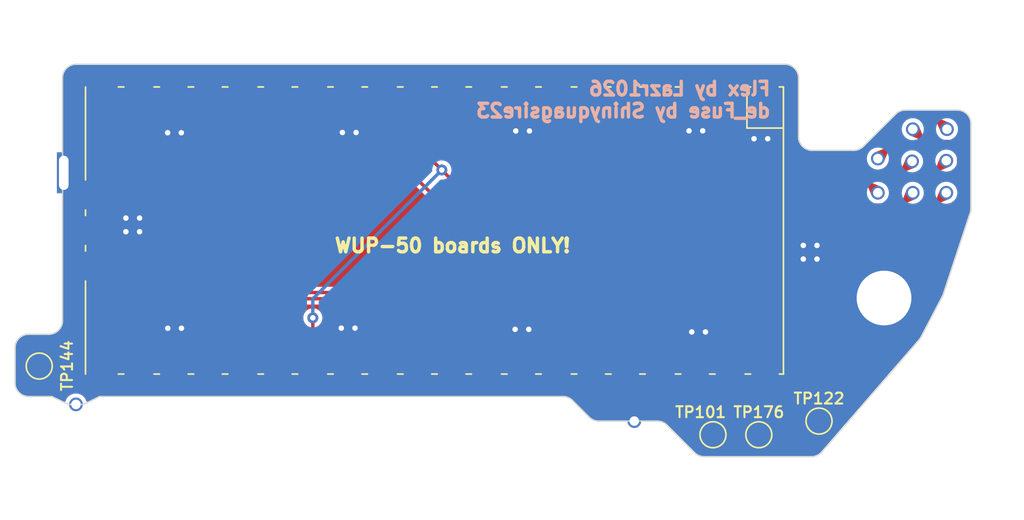
<source format=kicad_pcb>
(kicad_pcb (version 20240108) (generator "pcbnew") (generator_version "8.0")
  (layers (0 "F.Cu" mixed) (31 "B.Cu" signal) (34 "B.Paste" user) (35 "F.Paste" user) (36 "B.SilkS" user "B.Silkscreen") (37 "F.SilkS" user "F.Silkscreen") (38 "B.Mask" user) (39 "F.Mask" user) (44 "Edge.Cuts" user))
  (net 0 "")
  (net 1 "D0")
  (net 4 "GND")
  (net 5 "D7")
  (net 6 "D6")
  (net 12 "D2")
  (net 14 "D3")
  (net 16 "+3V3")
  (net 17 "D4")
  (net 18 "D5")
  (net 19 "D1")
  (net 20 "EXI MISO")
  (net 21 "EXI CLK")
  (net 22 "nRST")
  (footprint "" (layer "F.Cu") (at 154.93 69.81)
    (property "Reference" "" (at 0 0 0) (layer "F.SilkS") (effects (font (size 1.27 1.27))))
    (property "Value" "")
    (pad "1" thru_hole circle (at 0 0 270) (size 1 1) (drill 0.7) (layers "*.Cu" "*.Mask") (net 14 "D3"))
  )
  (footprint "" (layer "F.Cu") (at 149.93 72.16)
    (property "Reference" "" (at 0 0 0) (layer "F.SilkS") (effects (font (size 1.27 1.27))))
    (property "Value" "")
    (pad "1" thru_hole circle (at 0 0 270) (size 1 1) (drill 0.7) (layers "*.Cu" "*.Mask") (net 19 "D1"))
  )
  (footprint "" (layer "F.Cu") (at 150.38 79.86)
    (property "Reference" "" (at 0 0 0) (layer "F.SilkS") (effects (font (size 1.27 1.27))))
    (property "Value" "")
    (pad "1" thru_hole circle (at 0 0 270) (size 5 1) (drill 4) (layers "*.Cu" "*.Mask") (net 4 "GND"))
  )
  (footprint "TestPoint:TestPoint_Pad_D1.5mm" (layer "F.Cu") (at 141.23 89.86)
    (property "Reference" "TP176" (at 0 -1.648 0) (layer "F.SilkS") (effects (font (size 0.8 0.8))))
    (property "Value" "EXI MISO")
    (fp_circle (center 0 0) (end 0 0.95) (stroke (width 0.12)) (fill none) (layer "F.SilkS"))
    (pad "1" smd circle (at 0 0) (size 1.5 1.5) (layers "F.Cu" "F.Mask") (net 20 "EXI MISO"))
  )
  (footprint "TestPoint:TestPoint_Pad_D1.5mm" (layer "F.Cu") (at 145.63 88.86)
    (property "Reference" "TP122" (at 0 -1.648 0) (layer "F.SilkS") (effects (font (size 0.8 0.8))))
    (property "Value" "3v3")
    (fp_circle (center 0 0) (end 0 0.95) (stroke (width 0.12)) (fill none) (layer "F.SilkS"))
    (pad "1" smd circle (at 0 0) (size 1.5 1.5) (layers "F.Cu" "F.Mask") (net 16 "+3V3"))
  )
  (footprint "" (layer "F.Cu") (at 154.93 72.16)
    (property "Reference" "" (at 0 0 0) (layer "F.SilkS") (effects (font (size 1.27 1.27))))
    (property "Value" "")
    (pad "1" thru_hole circle (at 0 0 270) (size 1 1) (drill 0.7) (layers "*.Cu" "*.Mask") (net 6 "D6"))
  )
  (footprint "CustomFootprints:RPi_Pico_SMD" (layer "F.Cu") (at 117.53 74.92 -90)
    (property "Reference" "U1" (hide yes))
    (property "Value" "Pico" (hide yes))
    (fp_line (start -3.7 25.5) (end -10.5 25.5) (stroke (width 0.12)) (layer "F.SilkS"))
    (fp_line (start -1.5 25.5) (end -1.1 25.5) (stroke (width 0.12)) (layer "F.SilkS"))
    (fp_line (start 1.1 25.5) (end 1.5 25.5) (stroke (width 0.12)) (layer "F.SilkS"))
    (fp_line (start 10.5 25.5) (end 3.7 25.5) (stroke (width 0.12)) (layer "F.SilkS"))
    (fp_line (start -10.5 22.7) (end -10.5 23.1) (stroke (width 0.12)) (layer "F.SilkS"))
    (fp_line (start 10.5 22.7) (end 10.5 23.1) (stroke (width 0.12)) (layer "F.SilkS"))
    (fp_line (start -10.5 20.1) (end -10.5 20.5) (stroke (width 0.12)) (layer "F.SilkS"))
    (fp_line (start 10.5 20.1) (end 10.5 20.5) (stroke (width 0.12)) (layer "F.SilkS"))
    (fp_line (start -10.5 17.6) (end -10.5 18) (stroke (width 0.12)) (layer "F.SilkS"))
    (fp_line (start 10.5 17.6) (end 10.5 18) (stroke (width 0.12)) (layer "F.SilkS"))
    (fp_line (start -10.5 15.1) (end -10.5 15.5) (stroke (width 0.12)) (layer "F.SilkS"))
    (fp_line (start 10.5 15.1) (end 10.5 15.5) (stroke (width 0.12)) (layer "F.SilkS"))
    (fp_line (start -10.5 12.5) (end -10.5 12.9) (stroke (width 0.12)) (layer "F.SilkS"))
    (fp_line (start 10.5 12.5) (end 10.5 12.9) (stroke (width 0.12)) (layer "F.SilkS"))
    (fp_line (start -10.5 10) (end -10.5 10.4) (stroke (width 0.12)) (layer "F.SilkS"))
    (fp_line (start 10.5 10) (end 10.5 10.4) (stroke (width 0.12)) (layer "F.SilkS"))
    (fp_line (start -10.5 7.4) (end -10.5 7.8) (stroke (width 0.12)) (layer "F.SilkS"))
    (fp_line (start 10.5 7.4) (end 10.5 7.8) (stroke (width 0.12)) (layer "F.SilkS"))
    (fp_line (start -10.5 4.9) (end -10.5 5.3) (stroke (width 0.12)) (layer "F.SilkS"))
    (fp_line (start 10.5 4.9) (end 10.5 5.3) (stroke (width 0.12)) (layer "F.SilkS"))
    (fp_line (start -10.5 2.3) (end -10.5 2.7) (stroke (width 0.12)) (layer "F.SilkS"))
    (fp_line (start 10.5 2.3) (end 10.5 2.7) (stroke (width 0.12)) (layer "F.SilkS"))
    (fp_line (start -10.5 -0.2) (end -10.5 0.2) (stroke (width 0.12)) (layer "F.SilkS"))
    (fp_line (start 10.5 -0.2) (end 10.5 0.2) (stroke (width 0.12)) (layer "F.SilkS"))
    (fp_line (start -10.5 -2.7) (end -10.5 -2.3) (stroke (width 0.12)) (layer "F.SilkS"))
    (fp_line (start 10.5 -2.7) (end 10.5 -2.3) (stroke (width 0.12)) (layer "F.SilkS"))
    (fp_line (start -10.5 -5.3) (end -10.5 -4.9) (stroke (width 0.12)) (layer "F.SilkS"))
    (fp_line (start 10.5 -5.3) (end 10.5 -4.9) (stroke (width 0.12)) (layer "F.SilkS"))
    (fp_line (start -10.5 -7.8) (end -10.5 -7.4) (stroke (width 0.12)) (layer "F.SilkS"))
    (fp_line (start 10.5 -7.8) (end 10.5 -7.4) (stroke (width 0.12)) (layer "F.SilkS"))
    (fp_line (start -10.5 -10.4) (end -10.5 -10) (stroke (width 0.12)) (layer "F.SilkS"))
    (fp_line (start 10.5 -10.4) (end 10.5 -10) (stroke (width 0.12)) (layer "F.SilkS"))
    (fp_line (start -10.5 -12.9) (end -10.5 -12.5) (stroke (width 0.12)) (layer "F.SilkS"))
    (fp_line (start 10.5 -12.9) (end 10.5 -12.5) (stroke (width 0.12)) (layer "F.SilkS"))
    (fp_line (start -10.5 -15.4) (end -10.5 -15) (stroke (width 0.12)) (layer "F.SilkS"))
    (fp_line (start 10.5 -15.4) (end 10.5 -15) (stroke (width 0.12)) (layer "F.SilkS"))
    (fp_line (start -10.5 -18) (end -10.5 -17.6) (stroke (width 0.12)) (layer "F.SilkS"))
    (fp_line (start 10.5 -18) (end 10.5 -17.6) (stroke (width 0.12)) (layer "F.SilkS"))
    (fp_line (start -10.5 -20.5) (end -10.5 -20.1) (stroke (width 0.12)) (layer "F.SilkS"))
    (fp_line (start 10.5 -20.5) (end 10.5 -20.1) (stroke (width 0.12)) (layer "F.SilkS"))
    (fp_line (start -10.5 -22.833) (end -7.493 -22.833) (stroke (width 0.12)) (layer "F.SilkS"))
    (fp_line (start -7.493 -22.833) (end -7.493 -25.5) (stroke (width 0.12)) (layer "F.SilkS"))
    (fp_line (start -10.5 -23.1) (end -10.5 -22.7) (stroke (width 0.12)) (layer "F.SilkS"))
    (fp_line (start 10.5 -23.1) (end 10.5 -22.7) (stroke (width 0.12)) (layer "F.SilkS"))
    (fp_line (start -10.5 -25.5) (end -10.5 -25.2) (stroke (width 0.12)) (layer "F.SilkS"))
    (fp_line (start -10.5 -25.5) (end 10.5 -25.5) (stroke (width 0.12)) (layer "F.SilkS"))
    (fp_line (start 10.5 -25.5) (end 10.5 -25.2) (stroke (width 0.12)) (layer "F.SilkS"))
    (pad "1" smd rect (at -8.89 -24.13 270) (size 3.5 1.7) (drill (offset -0.9 0)) (layers "F.Cu" "F.Mask"))
    (pad "2" smd rect (at -8.89 -21.59 270) (size 3.5 1.7) (drill (offset -0.9 0)) (layers "F.Cu" "F.Mask"))
    (pad "3" smd rect (at -8.89 -19.05 270) (size 3.5 1.7) (drill (offset -0.9 0)) (layers "F.Cu" "F.Mask") (net 4 "GND"))
    (pad "4" smd rect (at -8.89 -16.51 270) (size 3.5 1.7) (drill (offset -0.9 0)) (layers "F.Cu" "F.Mask") (net 1 "D0"))
    (pad "5" smd rect (at -8.89 -13.97 270) (size 3.5 1.7) (drill (offset -0.9 0)) (layers "F.Cu" "F.Mask") (net 19 "D1"))
    (pad "6" smd rect (at -8.89 -11.43 270) (size 3.5 1.7) (drill (offset -0.9 0)) (layers "F.Cu" "F.Mask") (net 12 "D2"))
    (pad "7" smd rect (at -8.89 -8.89 270) (size 3.5 1.7) (drill (offset -0.9 0)) (layers "F.Cu" "F.Mask") (net 14 "D3"))
    (pad "8" smd rect (at -8.89 -6.35 270) (size 3.5 1.7) (drill (offset -0.9 0)) (layers "F.Cu" "F.Mask") (net 4 "GND"))
    (pad "9" smd rect (at -8.89 -3.81 270) (size 3.5 1.7) (drill (offset -0.9 0)) (layers "F.Cu" "F.Mask") (net 17 "D4"))
    (pad "10" smd rect (at -8.89 -1.27 270) (size 3.5 1.7) (drill (offset -0.9 0)) (layers "F.Cu" "F.Mask") (net 18 "D5"))
    (pad "11" smd rect (at -8.89 1.27 270) (size 3.5 1.7) (drill (offset -0.9 0)) (layers "F.Cu" "F.Mask") (net 6 "D6"))
    (pad "12" smd rect (at -8.89 3.81 270) (size 3.5 1.7) (drill (offset -0.9 0)) (layers "F.Cu" "F.Mask") (net 5 "D7"))
    (pad "13" smd rect (at -8.89 6.35 270) (size 3.5 1.7) (drill (offset -0.9 0)) (layers "F.Cu" "F.Mask") (net 4 "GND"))
    (pad "14" smd rect (at -8.89 8.89 270) (size 3.5 1.7) (drill (offset -0.9 0)) (layers "F.Cu" "F.Mask") (net 20 "EXI MISO"))
    (pad "15" smd rect (at -8.89 11.43 270) (size 3.5 1.7) (drill (offset -0.9 0)) (layers "F.Cu" "F.Mask") (net 20 "EXI MISO"))
    (pad "16" smd rect (at -8.89 13.97 270) (size 3.5 1.7) (drill (offset -0.9 0)) (layers "F.Cu" "F.Mask") (net 20 "EXI MISO"))
    (pad "17" smd rect (at -8.89 16.51 270) (size 3.5 1.7) (drill (offset -0.9 0)) (layers "F.Cu" "F.Mask") (net 20 "EXI MISO"))
    (pad "18" smd rect (at -8.89 19.05 270) (size 3.5 1.7) (drill (offset -0.9 0)) (layers "F.Cu" "F.Mask") (net 4 "GND"))
    (pad "19" smd rect (at -8.89 21.59 270) (size 3.5 1.7) (drill (offset -0.9 0)) (layers "F.Cu" "F.Mask") (net 21 "EXI CLK"))
    (pad "20" smd rect (at -8.89 24.13 270) (size 3.5 1.7) (drill (offset -0.9 0)) (layers "F.Cu" "F.Mask") (net 22 "nRST"))
    (pad "21" smd rect (at 8.89 24.13 270) (size 3.5 1.7) (drill (offset 0.9 0)) (layers "F.Cu" "F.Mask"))
    (pad "22" smd rect (at 8.89 21.59 270) (size 3.5 1.7) (drill (offset 0.9 0)) (layers "F.Cu" "F.Mask"))
    (pad "23" smd rect (at 8.89 19.05 270) (size 3.5 1.7) (drill (offset 0.9 0)) (layers "F.Cu" "F.Mask") (net 4 "GND"))
    (pad "24" smd rect (at 8.89 16.51 270) (size 3.5 1.7) (drill (offset 0.9 0)) (layers "F.Cu" "F.Mask") (net 6 "D6"))
    (pad "25" smd rect (at 8.89 13.97 270) (size 3.5 1.7) (drill (offset 0.9 0)) (layers "F.Cu" "F.Mask") (net 6 "D6"))
    (pad "26" smd rect (at 8.89 11.43 270) (size 3.5 1.7) (drill (offset 0.9 0)) (layers "F.Cu" "F.Mask") (net 6 "D6"))
    (pad "27" smd rect (at 8.89 8.89 270) (size 3.5 1.7) (drill (offset 0.9 0)) (layers "F.Cu" "F.Mask") (net 6 "D6"))
    (pad "28" smd rect (at 8.89 6.35 270) (size 3.5 1.7) (drill (offset 0.9 0)) (layers "F.Cu" "F.Mask") (net 4 "GND"))
    (pad "29" smd rect (at 8.89 3.81 270) (size 3.5 1.7) (drill (offset 0.9 0)) (layers "F.Cu" "F.Mask"))
    (pad "30" smd rect (at 8.89 1.27 270) (size 3.5 1.7) (drill (offset 0.9 0)) (layers "F.Cu" "F.Mask"))
    (pad "31" smd rect (at 8.89 -1.27 270) (size 3.5 1.7) (drill (offset 0.9 0)) (layers "F.Cu" "F.Mask"))
    (pad "32" smd rect (at 8.89 -3.81 270) (size 3.5 1.7) (drill (offset 0.9 0)) (layers "F.Cu" "F.Mask"))
    (pad "33" smd rect (at 8.89 -6.35 270) (size 3.5 1.7) (drill (offset 0.9 0)) (layers "F.Cu" "F.Mask") (net 4 "GND"))
    (pad "38" smd rect (at 8.89 -19.05 270) (size 3.5 1.7) (drill (offset 0.9 0)) (layers "F.Cu" "F.Mask") (net 4 "GND"))
    (pad "39" smd rect (at 8.89 -21.59 270) (size 3.5 1.7) (drill (offset 0.9 0)) (layers "F.Cu" "F.Mask") (net 16 "+3V3"))
    (pad "40" smd rect (at 8.89 -24.13 270) (size 3.5 1.7) (drill (offset 0.9 0)) (layers "F.Cu" "F.Mask"))
  )
  (footprint "" (layer "F.Cu") (at 132.13 88.86)
    (property "Reference" "" (at 0 0 0) (layer "F.SilkS") (effects (font (size 1.27 1.27))))
    (property "Value" "")
    (pad "1" thru_hole circle (at 0 0 270) (size 1 1) (drill 0.7) (property pad_prop_castellated) (layers "*.Cu" "*.Mask") (net 4 "GND"))
  )
  (footprint "" (layer "F.Cu") (at 152.48 72.16)
    (property "Reference" "" (at 0 0 0) (layer "F.SilkS") (effects (font (size 1.27 1.27))))
    (property "Value" "")
    (pad "1" thru_hole circle (at 0 0 270) (size 1 1) (drill 0.7) (layers "*.Cu" "*.Mask") (net 17 "D4"))
  )
  (footprint "" (layer "F.Cu") (at 91.33 87.64)
    (property "Reference" "" (at 0 0 0) (layer "F.SilkS") (effects (font (size 1.27 1.27))))
    (property "Value" "")
    (pad "1" thru_hole circle (at 0 0 270) (size 1 1) (drill 0.7) (property pad_prop_castellated) (layers "*.Cu" "*.Mask"))
  )
  (footprint "" (layer "F.Cu") (at 90.44 70.7)
    (property "Reference" "" (at 0 0 0) (layer "F.SilkS") (effects (font (size 1.27 1.27))))
    (property "Value" "")
    (pad "1" thru_hole rect (at 0 0 270) (size 3 1) (drill oval 2.5 0.7) (property pad_prop_castellated) (layers "*.Cu" "*.Mask") (net 4 "GND"))
  )
  (footprint "" (layer "F.Cu") (at 152.43 69.86)
    (property "Reference" "" (at 0 0 0) (layer "F.SilkS") (effects (font (size 1.27 1.27))))
    (property "Value" "")
    (pad "1" thru_hole circle (at 0 0 270) (size 1 1) (drill 0.7) (layers "*.Cu" "*.Mask") (net 12 "D2"))
  )
  (footprint "" (layer "F.Cu") (at 149.93 69.66)
    (property "Reference" "" (at 0 0 0) (layer "F.SilkS") (effects (font (size 1.27 1.27))))
    (property "Value" "")
    (pad "1" thru_hole circle (at 0 0 270) (size 1 1) (drill 0.7) (layers "*.Cu" "*.Mask") (net 18 "D5"))
  )
  (footprint "wiiu:wii-single-via-0.5mm" (layer "F.Cu") (at 152.48 67.51)
    (property "Reference" "J32" (hide yes))
    (property "Value" "Conn_01x01" (hide yes))
    (pad "1" thru_hole circle (at 0 0 270) (size 1 1) (drill 0.7) (layers "*.Cu" "*.Mask") (net 5 "D7"))
  )
  (footprint "TestPoint:TestPoint_Pad_D1.5mm" (layer "F.Cu") (at 137.88 89.86)
    (property "Reference" "TP101" (at -0.9 -1.648 0) (layer "F.SilkS") (effects (font (size 0.8 0.8))))
    (property "Value" "EXI CLK")
    (fp_circle (center 0 0) (end 0 0.95) (stroke (width 0.12)) (fill none) (layer "F.SilkS"))
    (pad "1" smd circle (at 0 0) (size 1.5 1.5) (layers "F.Cu" "F.Mask") (net 21 "EXI CLK"))
  )
  (footprint "TestPoint:TestPoint_Pad_D1.5mm" (layer "F.Cu") (at 88.646 84.836)
    (property "Reference" "TP144" (at 2.034 -0.026 -90) (layer "F.SilkS") (effects (font (size 0.8 0.8))))
    (property "Value" "nRST")
    (fp_circle (center 0 0) (end 0 0.95) (stroke (width 0.12)) (fill none) (layer "F.SilkS"))
    (pad "1" smd circle (at 0 0) (size 1.5 1.5) (layers "F.Cu" "F.Mask") (net 22 "nRST"))
  )
  (footprint "" (layer "F.Cu") (at 154.98 67.51)
    (property "Reference" "" (at 0 0 0) (layer "F.SilkS") (effects (font (size 1.27 1.27))))
    (property "Value" "")
    (pad "1" thru_hole circle (at 0 0 270) (size 1 1) (drill 0.7) (layers "*.Cu" "*.Mask") (net 1 "D0"))
  )
  (gr_line (start 129.544214 88.86) (end 133.815786 88.86) (stroke (width 0.1)) (layer "Edge.Cuts"))
  (gr_arc (start 145.829049 91.115097) (mid 145.488777 91.369697) (end 145.073504 91.46) (stroke (width 0.1)) (layer "Edge.Cuts"))
  (gr_line (start 89.35 82.51) (end 87.88 82.51) (stroke (width 0.1)) (layer "Edge.Cuts"))
  (gr_line (start 90.35 63.76) (end 90.35 81.51) (stroke (width 0.1)) (layer "Edge.Cuts"))
  (gr_line (start 91.8875 87.64) (end 90.7725 87.64) (stroke (width 0.1)) (layer "Edge.Cuts"))
  (gr_line (start 143.13 62.76) (end 91.35 62.76) (stroke (width 0.1)) (layer "Edge.Cuts"))
  (gr_line (start 153.08402 82.706871) (end 154.642058 79.732434) (stroke (width 0.1)) (layer "Edge.Cuts"))
  (gr_line (start 93.055 87.060268) (end 126.915782 87.060003) (stroke (width 0.1)) (layer "Edge.Cuts"))
  (gr_arc (start 148.872893 68.767107) (mid 148.548469 68.983875) (end 148.165786 69.06) (stroke (width 0.1)) (layer "Edge.Cuts"))
  (gr_arc (start 154.70567 79.582365) (mid 154.676927 79.658698) (end 154.642058 79.732434) (stroke (width 0.1)) (layer "Edge.Cuts"))
  (gr_line (start 154.70567 79.582365) (end 156.679444 73.613078) (stroke (width 0.1)) (layer "Edge.Cuts"))
  (gr_arc (start 90.35 63.76) (mid 90.642893 63.052893) (end 91.35 62.76) (stroke (width 0.1)) (layer "Edge.Cuts"))
  (gr_arc (start 151.237107 66.402893) (mid 151.561531 66.186125) (end 151.944214 66.11) (stroke (width 0.1)) (layer "Edge.Cuts"))
  (gr_line (start 134.522893 89.152893) (end 136.537107 91.167107) (stroke (width 0.1)) (layer "Edge.Cuts"))
  (gr_arc (start 145.13 69.06) (mid 144.422893 68.767107) (end 144.13 68.06) (stroke (width 0.1)) (layer "Edge.Cuts"))
  (gr_arc (start 153.08402 82.706871) (mid 153.024419 82.806195) (end 152.953733 82.897961) (stroke (width 0.1)) (layer "Edge.Cuts"))
  (gr_arc (start 86.88 83.51) (mid 87.172893 82.802893) (end 87.88 82.51) (stroke (width 0.1)) (layer "Edge.Cuts"))
  (gr_line (start 156.73 73.29914) (end 156.73 67.11) (stroke (width 0.1)) (layer "Edge.Cuts"))
  (gr_arc (start 143.13 62.76) (mid 143.837107 63.052893) (end 144.13 63.76) (stroke (width 0.1)) (layer "Edge.Cuts"))
  (gr_line (start 151.237107 66.402893) (end 148.872893 68.767107) (stroke (width 0.1)) (layer "Edge.Cuts"))
  (gr_arc (start 137.244214 91.46) (mid 136.861531 91.38388) (end 136.537107 91.167107) (stroke (width 0.1)) (layer "Edge.Cuts"))
  (gr_arc (start 126.915782 87.060003) (mid 127.298471 87.136119) (end 127.622896 87.352896) (stroke (width 0.1)) (layer "Edge.Cuts"))
  (gr_line (start 90.7725 87.64) (end 89.56 87.06) (stroke (width 0.1)) (layer "Edge.Cuts"))
  (gr_arc (start 133.815786 88.86) (mid 134.198469 88.93612) (end 134.522893 89.152893) (stroke (width 0.1)) (layer "Edge.Cuts"))
  (gr_line (start 86.88 83.51) (end 86.88 86.060268) (stroke (width 0.1)) (layer "Edge.Cuts"))
  (gr_arc (start 87.880007 87.060268) (mid 87.172907 86.767375) (end 86.88 86.060268) (stroke (width 0.1)) (layer "Edge.Cuts"))
  (gr_line (start 137.244214 91.46) (end 145.073504 91.46) (stroke (width 0.1)) (layer "Edge.Cuts"))
  (gr_line (start 148.165786 69.06) (end 145.13 69.06) (stroke (width 0.1)) (layer "Edge.Cuts"))
  (gr_line (start 127.622896 87.352896) (end 128.837107 88.567107) (stroke (width 0.1)) (layer "Edge.Cuts"))
  (gr_line (start 89.56 87.06) (end 87.889975 87.06) (stroke (width 0.1)) (layer "Edge.Cuts"))
  (gr_line (start 144.13 68.06) (end 144.13 63.76) (stroke (width 0.1)) (layer "Edge.Cuts"))
  (gr_arc (start 90.35 81.51) (mid 90.057107 82.217107) (end 89.35 82.51) (stroke (width 0.1)) (layer "Edge.Cuts"))
  (gr_line (start 93.055 87.060268) (end 91.8875 87.64) (stroke (width 0.1)) (layer "Edge.Cuts"))
  (gr_arc (start 155.73 66.11) (mid 156.437107 66.402893) (end 156.73 67.11) (stroke (width 0.1)) (layer "Edge.Cuts"))
  (gr_arc (start 156.73 73.29914) (mid 156.717274 73.45813) (end 156.679444 73.613078) (stroke (width 0.1)) (layer "Edge.Cuts"))
  (gr_arc (start 129.544214 88.86) (mid 129.161528 88.783884) (end 128.837107 88.567107) (stroke (width 0.1)) (layer "Edge.Cuts"))
  (gr_line (start 145.829049 91.115097) (end 152.953733 82.897961) (stroke (width 0.1)) (layer "Edge.Cuts"))
  (gr_line (start 155.73 66.11) (end 151.944214 66.11) (stroke (width 0.1)) (layer "Edge.Cuts"))
  (gr_text "Flex by Lazr1026\nde_Fuse by Shinyquagsire23\n" (at 142.2 66.75 0) (layer "B.SilkS") (effects (font (size 1 1) (thickness 0.3) (bold yes)) (justify left bottom mirror)))
  (gr_text "WUP-50 boards ONLY!" (at 110.12 76.61 0) (layer "F.SilkS") (effects (font (size 1 1) (thickness 0.25) (bold yes)) (justify left bottom)))
  (segment (start 135.08 69.46) (end 134.04 68.42) (width 0.25) (layer "F.Cu") (net 1))
  (segment (start 154.98 67.51) (end 153.98 66.51) (width 0.25) (layer "F.Cu") (net 1))
  (segment (start 134.04 68.42) (end 134.04 66.112) (width 0.25) (layer "F.Cu") (net 1))
  (segment (start 134.04 66.112) (end 134.112 66.04) (width 0.25) (layer "F.Cu") (net 1))
  (segment (start 148.73 69.46) (end 135.08 69.46) (width 0.25) (layer "F.Cu") (net 1))
  (segment (start 153.98 66.51) (end 151.68 66.51) (width 0.25) (layer "F.Cu") (net 1))
  (segment (start 151.68 66.51) (end 148.73 69.46) (width 0.25) (layer "F.Cu") (net 1))
  (via (at 144.48 77.01) (size 0.8) (drill 0.4) (layers "F.Cu" "B.Cu") (net 4))
  (via (at 98.03 67.77) (size 0.8) (drill 0.4) (layers "F.Cu" "B.Cu") (net 4))
  (via (at 123.42 82.15) (size 0.8) (drill 0.4) (layers "F.Cu" "B.Cu") (net 4))
  (via (at 123.47 67.64) (size 0.8) (drill 0.4) (layers "F.Cu" "B.Cu") (net 4))
  (via (at 94.98 75.01) (size 0.8) (drill 0.4) (layers "F.Cu" "B.Cu") (net 4))
  (via (at 136.13 67.63) (size 0.8) (drill 0.4) (layers "F.Cu" "B.Cu") (net 4))
  (via (at 145.48 76.01) (size 0.8) (drill 0.4) (layers "F.Cu" "B.Cu") (net 4))
  (via (at 137.33 82.34) (size 0.8) (drill 0.4) (layers "F.Cu" "B.Cu") (net 4))
  (via (at 98.04 82.07) (size 0.8) (drill 0.4) (layers "F.Cu" "B.Cu") (net 4))
  (via (at 137.13 67.63) (size 0.8) (drill 0.4) (layers "F.Cu" "B.Cu") (net 4))
  (via (at 144.48 76.01) (size 0.8) (drill 0.4) (layers "F.Cu" "B.Cu") (net 4))
  (via (at 95.98 75.01) (size 0.8) (drill 0.4) (layers "F.Cu" "B.Cu") (net 4))
  (via (at 94.98 74.01) (size 0.8) (drill 0.4) (layers "F.Cu" "B.Cu") (net 4))
  (via (at 140.88 68.21) (size 0.8) (drill 0.4) (layers "F.Cu" "B.Cu") (net 4))
  (via (at 99.04 82.07) (size 0.8) (drill 0.4) (layers "F.Cu" "B.Cu") (net 4))
  (via (at 95.98 74.01) (size 0.8) (drill 0.4) (layers "F.Cu" "B.Cu") (net 4))
  (via (at 110.8 67.75) (size 0.8) (drill 0.4) (layers "F.Cu" "B.Cu") (net 4))
  (via (at 99.03 67.77) (size 0.8) (drill 0.4) (layers "F.Cu" "B.Cu") (net 4))
  (via (at 124.42 82.15) (size 0.8) (drill 0.4) (layers "F.Cu" "B.Cu") (net 4))
  (via (at 145.48 77.01) (size 0.8) (drill 0.4) (layers "F.Cu" "B.Cu") (net 4))
  (via (at 110.72 82.06) (size 0.8) (drill 0.4) (layers "F.Cu" "B.Cu") (net 4))
  (via (at 111.8 67.75) (size 0.8) (drill 0.4) (layers "F.Cu" "B.Cu") (net 4))
  (via (at 111.72 82.06) (size 0.8) (drill 0.4) (layers "F.Cu" "B.Cu") (net 4))
  (via (at 124.47 67.64) (size 0.8) (drill 0.4) (layers "F.Cu" "B.Cu") (net 4))
  (via (at 141.88 68.21) (size 0.8) (drill 0.4) (layers "F.Cu" "B.Cu") (net 4))
  (via (at 136.33 82.34) (size 0.8) (drill 0.4) (layers "F.Cu" "B.Cu") (net 4))
  (segment (start 113.72 66.112) (end 113.792 66.04) (width 0.25) (layer "F.Cu") (net 5))
  (segment (start 113.72 68.626) (end 113.72 66.112) (width 0.25) (layer "F.Cu") (net 5))
  (segment (start 156.28 72.26) (end 153.23 75.31) (width 0.25) (layer "F.Cu") (net 5))
  (segment (start 153.38 68.41) (end 155.58 68.41) (width 0.25) (layer "F.Cu") (net 5))
  (segment (start 153.23 75.31) (end 148.43 75.31) (width 0.25) (layer "F.Cu") (net 5))
  (segment (start 148.43 75.31) (end 145.73 72.61) (width 0.25) (layer "F.Cu") (net 5))
  (segment (start 152.48 67.51) (end 153.38 68.41) (width 0.25) (layer "F.Cu") (net 5))
  (segment (start 156.28 69.11) (end 156.28 72.26) (width 0.25) (layer "F.Cu") (net 5))
  (segment (start 155.58 68.41) (end 156.28 69.11) (width 0.25) (layer "F.Cu") (net 5))
  (segment (start 117.704 72.61) (end 113.72 68.626) (width 0.25) (layer "F.Cu") (net 5))
  (segment (start 145.73 72.61) (end 117.704 72.61) (width 0.25) (layer "F.Cu") (net 5))
  (segment (start 116.26 66.112) (end 116.332 66.04) (width 0.25) (layer "F.Cu") (net 6))
  (segment (start 119.73 72.16) (end 118.065 70.495) (width 0.25) (layer "F.Cu") (net 6))
  (segment (start 118.065 70.495) (end 116.26 68.69) (width 0.25) (layer "F.Cu") (net 6))
  (segment (start 108.64 83.748) (end 108.712 83.82) (width 0.25) (layer "F.Cu") (net 6))
  (segment (start 145.93 72.16) (end 119.73 72.16) (width 0.25) (layer "F.Cu") (net 6))
  (segment (start 108.64 81.31) (end 108.64 83.748) (width 0.25) (layer "F.Cu") (net 6))
  (segment (start 154.93 72.16) (end 152.23 74.86) (width 0.25) (layer "F.Cu") (net 6))
  (segment (start 152.23 74.86) (end 148.63 74.86) (width 0.25) (layer "F.Cu") (net 6))
  (segment (start 116.26 68.69) (end 116.26 66.112) (width 0.25) (layer "F.Cu") (net 6))
  (segment (start 148.63 74.86) (end 145.93 72.16) (width 0.25) (layer "F.Cu") (net 6))
  (via (at 108.64 81.31) (size 0.8) (drill 0.4) (layers "F.Cu" "B.Cu") (net 6))
  (via (at 118.065 70.495) (size 0.8) (drill 0.4) (layers "F.Cu" "B.Cu") (net 6))
  (segment (start 118.065 70.495) (end 108.64 79.92) (width 0.25) (layer "B.Cu") (net 6))
  (segment (start 108.64 79.92) (end 108.64 81.31) (width 0.25) (layer "B.Cu") (net 6))
  (segment (start 150.98 71.31) (end 150.98 72.41) (width 0.25) (layer "F.Cu") (net 12))
  (segment (start 130.384 70.36) (end 128.96 68.936) (width 0.25) (layer "F.Cu") (net 12))
  (segment (start 149.43 73.06) (end 146.73 70.36) (width 0.25) (layer "F.Cu") (net 12))
  (segment (start 128.96 68.936) (end 128.96 66.112) (width 0.25) (layer "F.Cu") (net 12))
  (segment (start 150.33 73.06) (end 149.43 73.06) (width 0.25) (layer "F.Cu") (net 12))
  (segment (start 152.43 69.86) (end 150.98 71.31) (width 0.25) (layer "F.Cu") (net 12))
  (segment (start 128.96 66.112) (end 129.032 66.04) (width 0.25) (layer "F.Cu") (net 12))
  (segment (start 150.98 72.41) (end 150.33 73.06) (width 0.25) (layer "F.Cu") (net 12))
  (segment (start 146.73 70.36) (end 130.384 70.36) (width 0.25) (layer "F.Cu") (net 12))
  (segment (start 151.43 72.596396) (end 150.516396 73.51) (width 0.25) (layer "F.Cu") (net 14))
  (segment (start 126.42 68.4) (end 126.42 66.112) (width 0.25) (layer "F.Cu") (net 14))
  (segment (start 150.516396 73.51) (end 149.243604 73.51) (width 0.25) (layer "F.Cu") (net 14))
  (segment (start 149.243604 73.51) (end 146.543604 70.81) (width 0.25) (layer "F.Cu") (net 14))
  (segment (start 154.93 69.81) (end 153.68 71.06) (width 0.25) (layer "F.Cu") (net 14))
  (segment (start 146.543604 70.81) (end 128.83 70.81) (width 0.25) (layer "F.Cu") (net 14))
  (segment (start 128.83 70.81) (end 126.42 68.4) (width 0.25) (layer "F.Cu") (net 14))
  (segment (start 126.42 66.112) (end 126.492 66.04) (width 0.25) (layer "F.Cu") (net 14))
  (segment (start 152.03 71.06) (end 151.43 71.66) (width 0.25) (layer "F.Cu") (net 14))
  (segment (start 151.43 71.66) (end 151.43 72.596396) (width 0.25) (layer "F.Cu") (net 14))
  (segment (start 153.68 71.06) (end 152.03 71.06) (width 0.25) (layer "F.Cu") (net 14))
  (segment (start 145.63 88.86) (end 144.18 87.41) (width 0.5) (layer "F.Cu") (net 16))
  (segment (start 144.18 81.91) (end 143.63 81.36) (width 0.5) (layer "F.Cu") (net 16))
  (segment (start 139.73 81.36) (end 139.192 81.898) (width 0.5) (layer "F.Cu") (net 16))
  (segment (start 143.63 81.36) (end 139.73 81.36) (width 0.5) (layer "F.Cu") (net 16))
  (segment (start 144.18 87.41) (end 144.18 81.91) (width 0.5) (layer "F.Cu") (net 16))
  (segment (start 139.192 81.898) (end 139.192 83.82) (width 0.5) (layer "F.Cu") (net 16))
  (segment (start 152.48 72.16) (end 152.48 72.182792) (width 0.25) (layer "F.Cu") (net 17))
  (segment (start 152.48 72.182792) (end 150.702792 73.96) (width 0.25) (layer "F.Cu") (net 17))
  (segment (start 121.34 66.112) (end 121.412 66.04) (width 0.25) (layer "F.Cu") (net 17))
  (segment (start 146.357208 71.26) (end 123.73 71.26) (width 0.25) (layer "F.Cu") (net 17))
  (segment (start 121.34 68.87) (end 121.34 66.112) (width 0.25) (layer "F.Cu") (net 17))
  (segment (start 149.057208 73.96) (end 146.357208 71.26) (width 0.25) (layer "F.Cu") (net 17))
  (segment (start 150.702792 73.96) (end 149.057208 73.96) (width 0.25) (layer "F.Cu") (net 17))
  (segment (start 123.73 71.26) (end 121.34 68.87) (width 0.25) (layer "F.Cu") (net 17))
  (segment (start 118.8 66.112) (end 118.872 66.04) (width 0.25) (layer "F.Cu") (net 18))
  (segment (start 121.88 71.71) (end 118.8 68.63) (width 0.25) (layer "F.Cu") (net 18))
  (segment (start 155.83 70.56) (end 155.38 71.01) (width 0.25) (layer "F.Cu") (net 18))
  (segment (start 155.83 69.296396) (end 155.83 70.56) (width 0.25) (layer "F.Cu") (net 18))
  (segment (start 150.73 68.86) (end 155.393604 68.86) (width 0.25) (layer "F.Cu") (net 18))
  (segment (start 151.98 74.41) (end 148.83 74.41) (width 0.25) (layer "F.Cu") (net 18))
  (segment (start 148.83 74.41) (end 146.13 71.71) (width 0.25) (layer "F.Cu") (net 18))
  (segment (start 153.68 72.71) (end 151.98 74.41) (width 0.25) (layer "F.Cu") (net 18))
  (segment (start 155.38 71.01) (end 154.48 71.01) (width 0.25) (layer "F.Cu") (net 18))
  (segment (start 149.93 69.66) (end 150.73 68.86) (width 0.25) (layer "F.Cu") (net 18))
  (segment (start 153.68 71.81) (end 153.68 72.71) (width 0.25) (layer "F.Cu") (net 18))
  (segment (start 155.393604 68.86) (end 155.83 69.296396) (width 0.25) (layer "F.Cu") (net 18))
  (segment (start 154.48 71.01) (end 153.68 71.81) (width 0.25) (layer "F.Cu") (net 18))
  (segment (start 118.8 68.63) (end 118.8 66.112) (width 0.25) (layer "F.Cu") (net 18))
  (segment (start 146.13 71.71) (end 121.88 71.71) (width 0.25) (layer "F.Cu") (net 18))
  (segment (start 149.93 72.16) (end 147.68 69.91) (width 0.25) (layer "F.Cu") (net 19))
  (segment (start 131.5 68.28) (end 131.5 66.112) (width 0.25) (layer "F.Cu") (net 19))
  (segment (start 131.5 66.112) (end 131.572 66.04) (width 0.25) (layer "F.Cu") (net 19))
  (segment (start 147.68 69.91) (end 133.13 69.91) (width 0.25) (layer "F.Cu") (net 19))
  (segment (start 133.13 69.91) (end 131.5 68.28) (width 0.25) (layer "F.Cu") (net 19))
  (segment (start 101.02 65.968) (end 101.02 73.613604) (width 0.25) (layer "F.Cu") (net 20))
  (segment (start 136.016396 88.21) (end 139.58 88.21) (width 0.25) (layer "F.Cu") (net 20))
  (segment (start 106.866396 79.46) (end 130.566396 79.46) (width 0.25) (layer "F.Cu") (net 20))
  (segment (start 108.69 66.062) (end 108.712 66.04) (width 0.25) (layer "F.Cu") (net 20))
  (segment (start 130.566396 79.46) (end 133.33 82.223604) (width 0.25) (layer "F.Cu") (net 20))
  (segment (start 133.33 85.523604) (end 136.016396 88.21) (width 0.25) (layer "F.Cu") (net 20))
  (segment (start 139.58 88.21) (end 141.23 89.86) (width 0.25) (layer "F.Cu") (net 20))
  (segment (start 133.33 82.223604) (end 133.33 85.523604) (width 0.25) (layer "F.Cu") (net 20))
  (segment (start 101.02 73.613604) (end 106.866396 79.46) (width 0.25) (layer "F.Cu") (net 20))
  (segment (start 95.94 66.112) (end 95.94 69.17) (width 0.25) (layer "F.Cu") (net 21))
  (segment (start 106.68 79.91) (end 130.38 79.91) (width 0.25) (layer "F.Cu") (net 21))
  (segment (start 95.94 69.17) (end 106.68 79.91) (width 0.25) (layer "F.Cu") (net 21))
  (segment (start 96.012 66.04) (end 95.94 66.112) (width 0.25) (layer "F.Cu") (net 21))
  (segment (start 130.38 79.91) (end 132.88 82.41) (width 0.25) (layer "F.Cu") (net 21))
  (segment (start 132.88 82.41) (end 132.88 85.71) (width 0.25) (layer "F.Cu") (net 21))
  (segment (start 137.03 89.86) (end 137.88 89.86) (width 0.25) (layer "F.Cu") (net 21))
  (segment (start 132.88 85.71) (end 137.03 89.86) (width 0.25) (layer "F.Cu") (net 21))
  (segment (start 93.4 66.112) (end 93.472 66.04) (width 0.25) (layer "F.Cu") (net 22))
  (segment (start 89.254 84.836) (end 93.4 80.69) (width 0.25) (layer "F.Cu") (net 22))
  (segment (start 88.646 84.836) (end 89.254 84.836) (width 0.25) (layer "F.Cu") (net 22))
  (segment (start 93.4 80.69) (end 93.4 66.112) (width 0.25) (layer "F.Cu") (net 22))
  (zone (net 6) (net_name "D6") (layer "F.Cu") (priority 1) (connect_pads (clearance 0)) (min_thickness 0.35) (fill yes (thermal_gap 0.5) (thermal_bridge_width 0.5))
    (polygon (pts (xy 101.14 84.11) (xy 108.85 84.12) (xy 108.85 85.06) (xy 101.14 85.06)))
  )
  (zone (net 20) (net_name "EXI MISO") (layer "F.Cu") (priority 1) (connect_pads (clearance 0)) (min_thickness 0.25) (fill yes (thermal_gap 0.5) (thermal_bridge_width 0.5))
    (polygon (pts (xy 101.160508 64.618185) (xy 108.870508 64.628185) (xy 108.870508 65.568185) (xy 101.160508 65.568185)))
  )
  (zone (net 4) (net_name "GND") (layers "F&B.Cu") (connect_pads (clearance 0.3)) (min_thickness 0.25) (fill yes (thermal_gap 0.5) (thermal_bridge_width 0.5))
    (polygon (pts (xy 85.78 96.11) (xy 85.93 58.06) (xy 160.63 58.56) (xy 158.68 96.01)))
  )
)
</source>
